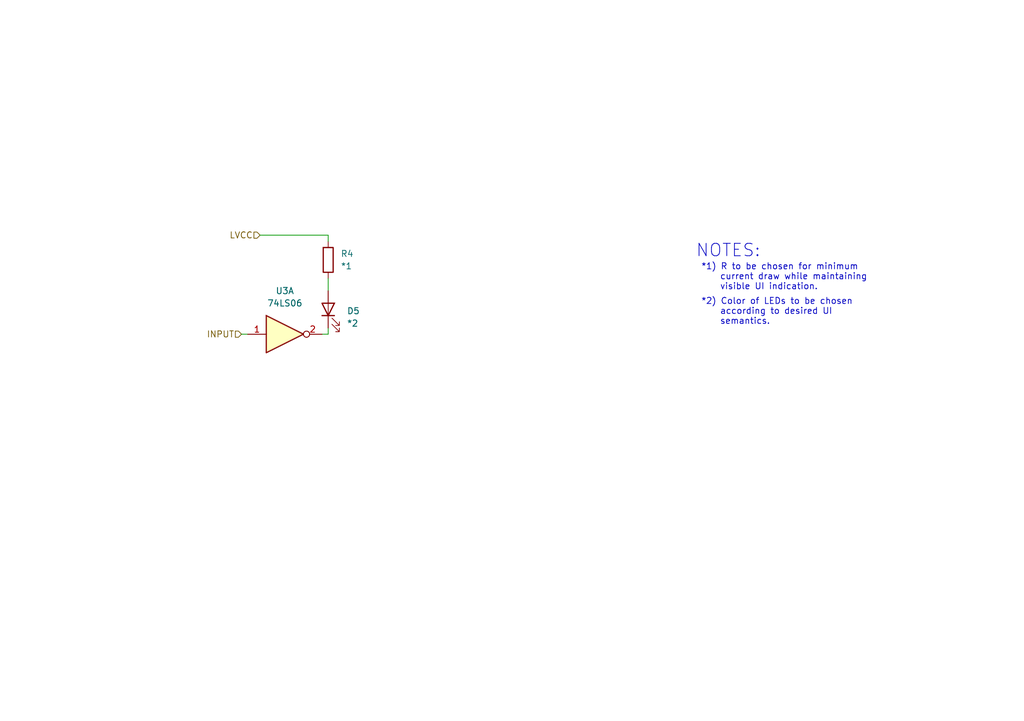
<source format=kicad_sch>
(kicad_sch (version 20231120) (generator "eeschema") (generator_version "8.0")
  (paper "A5")
  (title_block (title "UI LEDs, active high signals") (date "2025-01-11") (rev "3"))
  (lib_symbols
    (symbol "74xx:74LS06" (pin_names (offset 1.016))
      (property "Reference" "U" (at 0 1.27 0))
      (property "Value" "74LS06" (at 0 -1.27 0))
      (symbol "74LS06_1_0"
        (polyline (pts (xy -3.81 3.81) (xy -3.81 -3.81) (xy 3.81 0) (xy -3.81 3.81)) (stroke (width 0.254)) (fill (type background)))
        (pin input line (at -7.62 0 0) (length 3.81) (name "~") (number "1"))
        (pin open_collector inverted (at 7.62 0 180) (length 3.81) (name "~") (number "2"))
      )
      (symbol "74LS06_2_0"
        (polyline (pts (xy -3.81 3.81) (xy -3.81 -3.81) (xy 3.81 0) (xy -3.81 3.81)) (stroke (width 0.254)) (fill (type background)))
        (pin input line (at -7.62 0 0) (length 3.81) (name "~") (number "3"))
        (pin open_collector inverted (at 7.62 0 180) (length 3.81) (name "~") (number "4"))
      )
      (symbol "74LS06_3_0"
        (polyline (pts (xy -3.81 3.81) (xy -3.81 -3.81) (xy 3.81 0) (xy -3.81 3.81)) (stroke (width 0.254)) (fill (type background)))
        (pin input line (at -7.62 0 0) (length 3.81) (name "~") (number "5"))
        (pin open_collector inverted (at 7.62 0 180) (length 3.81) (name "~") (number "6"))
      )
      (symbol "74LS06_4_0"
        (polyline (pts (xy -3.81 3.81) (xy -3.81 -3.81) (xy 3.81 0) (xy -3.81 3.81)) (stroke (width 0.254)) (fill (type background)))
        (pin open_collector inverted (at 7.62 0 180) (length 3.81) (name "~") (number "8"))
        (pin input line (at -7.62 0 0) (length 3.81) (name "~") (number "9"))
      )
      (symbol "74LS06_5_0"
        (polyline (pts (xy -3.81 3.81) (xy -3.81 -3.81) (xy 3.81 0) (xy -3.81 3.81)) (stroke (width 0.254)) (fill (type background)))
        (pin open_collector inverted (at 7.62 0 180) (length 3.81) (name "~") (number "10"))
        (pin input line (at -7.62 0 0) (length 3.81) (name "~") (number "11"))
      )
      (symbol "74LS06_6_0"
        (polyline (pts (xy -3.81 3.81) (xy -3.81 -3.81) (xy 3.81 0) (xy -3.81 3.81)) (stroke (width 0.254)) (fill (type background)))
        (pin open_collector inverted (at 7.62 0 180) (length 3.81) (name "~") (number "12"))
        (pin input line (at -7.62 0 0) (length 3.81) (name "~") (number "13"))
      )
      (symbol "74LS06_7_0"
        (pin power_in line (at 0 12.7 270) (length 5.08) (name "VCC") (number "14"))
        (pin power_in line (at 0 -12.7 90) (length 5.08) (name "GND") (number "7"))
      )
      (symbol "74LS06_7_1"
        (rectangle (start -5.08 7.62) (end 5.08 -7.62) (stroke (width 0.254)) (fill (type background)))
      )
    )
    (symbol "Device:LED" (pin_numbers hide) (pin_names (offset 1.016) hide)
      (property "Reference" "D" (at 0 2.54 0))
      (property "Value" "LED" (at 0 -2.54 0))
      (symbol "LED_0_1"
        (polyline (pts (xy -1.27 -1.27) (xy -1.27 1.27)) (stroke (width 0.254)))
        (polyline (pts (xy -1.27 0) (xy 1.27 0)))
        (polyline (pts (xy 1.27 -1.27) (xy 1.27 1.27) (xy -1.27 0) (xy 1.27 -1.27)) (stroke (width 0.254)))
        (polyline (pts (xy -3.048 -0.762) (xy -4.572 -2.286) (xy -3.81 -2.286) (xy -4.572 -2.286) (xy -4.572 -1.524)))
        (polyline (pts (xy -1.778 -0.762) (xy -3.302 -2.286) (xy -2.54 -2.286) (xy -3.302 -2.286) (xy -3.302 -1.524)))
      )
      (symbol "LED_1_1"
        (pin passive line (at -3.81 0 0) (length 2.54) (name "K") (number "1"))
        (pin passive line (at 3.81 0 180) (length 2.54) (name "A") (number "2"))
      )
    )
    (symbol "Device:R" (pin_numbers hide) (pin_names (offset 0))
      (property "Reference" "R" (at 2.032 0 90))
      (property "Value" "R" (at 0 0 90))
      (symbol "R_0_1"
        (rectangle (start -1.016 -2.54) (end 1.016 2.54) (stroke (width 0.254)))
      )
      (symbol "R_1_1"
        (pin passive line (at 0 3.81 270) (length 1.27) (name "~") (number "1"))
        (pin passive line (at 0 -3.81 90) (length 1.27) (name "~") (number "2"))
      )
    )
  )
  (wire (pts (xy 67.31 67.31) (xy 67.31 68.58)))
  (wire (pts (xy 67.31 68.58) (xy 66.04 68.58)))
  (wire (pts (xy 49.53 68.58) (xy 50.8 68.58)))
  (wire (pts (xy 67.31 48.26) (xy 67.31 49.53)))
  (wire (pts (xy 67.31 57.15) (xy 67.31 59.69)))
  (wire (pts (xy 53.34 48.26) (xy 67.31 48.26)))
  (text "*1) R to be chosen for minimum\n    current draw while maintaining\n    visible UI indication." (at 143.764 56.896 0) (effects (font (size 1.27 1.27)) (justify left)))
  (text "NOTES:" (at 149.352 51.562 0) (effects (font (size 2.54 2.54))))
  (text "*2) Color of LEDs to be chosen\n    according to desired UI\n    semantics." (at 143.764 64.008 0) (effects (font (size 1.27 1.27)) (justify left)))
  (hierarchical_label "INPUT" (shape input) (at 49.53 68.58 180))
  (hierarchical_label "LVCC" (shape input) (at 53.34 48.26 180))
  (symbol (lib_id "Device:LED") (at 67.31 63.5 90) (unit 1)
    (property "Reference" "D5" (at 71.12 63.8174 90) (effects (justify right)))
    (property "Value" "*2" (at 71.12 66.3574 90) (effects (justify right)))
    (property "Footprint" "LED_THT:LED_D3.0mm_Horizontal_O1.27mm_Z2.0mm" (effects (hide yes)))
    (property "Description" "Light emitting diode" (effects (hide yes)))
    (instances (project "valhalla-MOD-CPU_ATMEGA" (path "" (reference "D5") (unit 1)) (path "" (reference "D6") (unit 1))))
  )
  (symbol (lib_id "74xx:74LS06") (at 58.42 68.58 0) (unit 1)
    (property "Reference" "U3" (at 58.42 59.69 0))
    (property "Value" "74LS06" (at 58.42 62.23 0))
    (property "Footprint" "Package_DIP:DIP-14_W7.62mm" (effects (hide yes)))
    (property "Datasheet" "http://www.ti.com/lit/gpn/sn74LS06" (effects (hide yes)))
    (property "Description" "Inverter Open Collect" (effects (hide yes)))
    (instances (project "" (path "" (reference "U3") (unit 1)) (path "" (reference "U3") (unit 2))))
  )
  (symbol (lib_id "Device:R") (at 67.31 53.34 0) (unit 1)
    (property "Reference" "R4" (at 69.85 52.0699 0) (effects (justify left)))
    (property "Value" "*1" (at 69.85 54.6099 0) (effects (justify left)))
    (property "Footprint" "Resistor_THT:R_Axial_DIN0207_L6.3mm_D2.5mm_P5.08mm_Vertical" (effects (hide yes)))
    (property "Description" "Resistor" (effects (hide yes)))
    (instances (project "valhalla-MOD-CPU_ATMEGA" (path "" (reference "R4") (unit 1)) (path "" (reference "R5") (unit 1))))
  )
)
</source>
